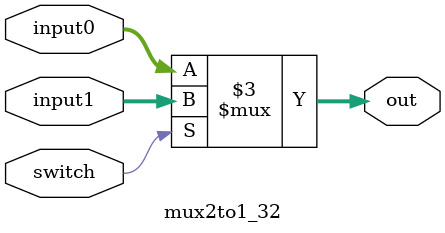
<source format=v>
`timescale 1ns / 1ps


module adder_32(
    input [31:0] value1,
    input [31:0] value2,
    output reg [31:0] out_value
    );
    
    always @(*) begin
        out_value = value1 + value2;
    end
    
endmodule

module or2to1_1bit(
    input in1,
    input in2,
    output out
    );
    
    assign out = in1 | in2;
    
endmodule

module mux4to1_32(
    input [1:0] switch,
    input [31:0] input00,
    input [31:0] input01,
    input [31:0] input10,
    input [31:0] input11,
    output reg [31:0] out
    );
    
    always @(*) begin
        case(switch)
            2'b00: out = input00;
            2'b01: out = input01;
            2'b10: out = input10;
            2'b11: out = input11;
        endcase
        end
endmodule

module mux2to1_32(
    input switch,
    input [31:0] input0,
    input [31:0] input1,
    output reg [31:0] out
    );
    
    always @(*) begin
        if(switch) out = input1;
        else out = input0;
    end
endmodule


</source>
